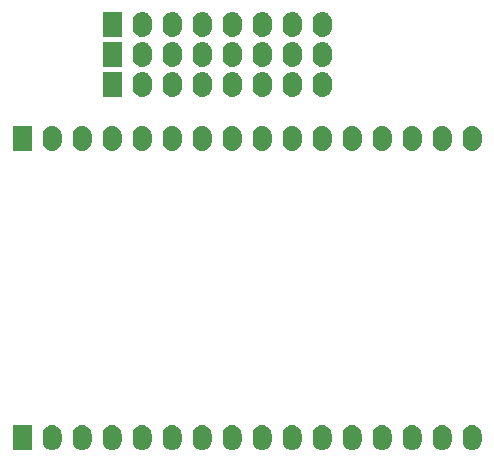
<source format=gbr>
%TF.GenerationSoftware,KiCad,Pcbnew,5.0.2+dfsg1-1*%
%TF.CreationDate,2020-04-21T12:17:55+02:00*%
%TF.ProjectId,minikame,6d696e69-6b61-46d6-952e-6b696361645f,v1.0*%
%TF.SameCoordinates,Original*%
%TF.FileFunction,Soldermask,Bot*%
%TF.FilePolarity,Negative*%
%FSLAX46Y46*%
G04 Gerber Fmt 4.6, Leading zero omitted, Abs format (unit mm)*
G04 Created by KiCad (PCBNEW 5.0.2+dfsg1-1) date di 21 apr 2020 12:17:55 CEST*
%MOMM*%
%LPD*%
G01*
G04 APERTURE LIST*
%ADD10C,0.150000*%
G04 APERTURE END LIST*
D10*
G36*
X129431024Y-120826590D02*
X129582011Y-120872392D01*
X129721161Y-120946768D01*
X129782148Y-120996819D01*
X129843133Y-121046867D01*
X129843134Y-121046869D01*
X129843136Y-121046870D01*
X129943230Y-121168835D01*
X130017608Y-121307988D01*
X130063410Y-121458975D01*
X130075000Y-121576654D01*
X130075000Y-122155346D01*
X130063410Y-122273025D01*
X130017608Y-122424012D01*
X129943230Y-122563165D01*
X129843133Y-122685133D01*
X129721165Y-122785230D01*
X129582012Y-122859608D01*
X129431025Y-122905410D01*
X129274000Y-122920875D01*
X129116976Y-122905410D01*
X128965989Y-122859608D01*
X128826836Y-122785230D01*
X128704868Y-122685133D01*
X128604771Y-122563165D01*
X128530392Y-122424012D01*
X128507491Y-122348518D01*
X128484590Y-122273025D01*
X128473000Y-122155346D01*
X128473000Y-121576655D01*
X128484590Y-121458976D01*
X128530392Y-121307989D01*
X128604768Y-121168839D01*
X128704865Y-121046870D01*
X128704867Y-121046867D01*
X128704869Y-121046866D01*
X128704870Y-121046864D01*
X128826835Y-120946770D01*
X128965988Y-120872392D01*
X129116975Y-120826590D01*
X129274000Y-120811125D01*
X129431024Y-120826590D01*
X129431024Y-120826590D01*
G37*
G36*
X126891024Y-120826590D02*
X127042011Y-120872392D01*
X127181161Y-120946768D01*
X127242148Y-120996819D01*
X127303133Y-121046867D01*
X127303134Y-121046869D01*
X127303136Y-121046870D01*
X127403230Y-121168835D01*
X127477608Y-121307988D01*
X127523410Y-121458975D01*
X127535000Y-121576654D01*
X127535000Y-122155346D01*
X127523410Y-122273025D01*
X127477608Y-122424012D01*
X127403230Y-122563165D01*
X127303133Y-122685133D01*
X127181165Y-122785230D01*
X127042012Y-122859608D01*
X126891025Y-122905410D01*
X126734000Y-122920875D01*
X126576976Y-122905410D01*
X126425989Y-122859608D01*
X126286836Y-122785230D01*
X126164868Y-122685133D01*
X126064771Y-122563165D01*
X125990392Y-122424012D01*
X125967491Y-122348518D01*
X125944590Y-122273025D01*
X125933000Y-122155346D01*
X125933000Y-121576655D01*
X125944590Y-121458976D01*
X125990392Y-121307989D01*
X126064768Y-121168839D01*
X126164865Y-121046870D01*
X126164867Y-121046867D01*
X126164869Y-121046866D01*
X126164870Y-121046864D01*
X126286835Y-120946770D01*
X126425988Y-120872392D01*
X126576975Y-120826590D01*
X126734000Y-120811125D01*
X126891024Y-120826590D01*
X126891024Y-120826590D01*
G37*
G36*
X162451024Y-120826590D02*
X162602011Y-120872392D01*
X162741161Y-120946768D01*
X162802148Y-120996819D01*
X162863133Y-121046867D01*
X162863134Y-121046869D01*
X162863136Y-121046870D01*
X162963230Y-121168835D01*
X163037608Y-121307988D01*
X163083410Y-121458975D01*
X163095000Y-121576654D01*
X163095000Y-122155346D01*
X163083410Y-122273025D01*
X163037608Y-122424012D01*
X162963230Y-122563165D01*
X162863133Y-122685133D01*
X162741165Y-122785230D01*
X162602012Y-122859608D01*
X162451025Y-122905410D01*
X162294000Y-122920875D01*
X162136976Y-122905410D01*
X161985989Y-122859608D01*
X161846836Y-122785230D01*
X161724868Y-122685133D01*
X161624771Y-122563165D01*
X161550392Y-122424012D01*
X161527491Y-122348518D01*
X161504590Y-122273025D01*
X161493000Y-122155346D01*
X161493000Y-121576655D01*
X161504590Y-121458976D01*
X161550392Y-121307989D01*
X161624768Y-121168839D01*
X161724865Y-121046870D01*
X161724867Y-121046867D01*
X161724869Y-121046866D01*
X161724870Y-121046864D01*
X161846835Y-120946770D01*
X161985988Y-120872392D01*
X162136975Y-120826590D01*
X162294000Y-120811125D01*
X162451024Y-120826590D01*
X162451024Y-120826590D01*
G37*
G36*
X159911024Y-120826590D02*
X160062011Y-120872392D01*
X160201161Y-120946768D01*
X160262148Y-120996819D01*
X160323133Y-121046867D01*
X160323134Y-121046869D01*
X160323136Y-121046870D01*
X160423230Y-121168835D01*
X160497608Y-121307988D01*
X160543410Y-121458975D01*
X160555000Y-121576654D01*
X160555000Y-122155346D01*
X160543410Y-122273025D01*
X160497608Y-122424012D01*
X160423230Y-122563165D01*
X160323133Y-122685133D01*
X160201165Y-122785230D01*
X160062012Y-122859608D01*
X159911025Y-122905410D01*
X159754000Y-122920875D01*
X159596976Y-122905410D01*
X159445989Y-122859608D01*
X159306836Y-122785230D01*
X159184868Y-122685133D01*
X159084771Y-122563165D01*
X159010392Y-122424012D01*
X158987491Y-122348518D01*
X158964590Y-122273025D01*
X158953000Y-122155346D01*
X158953000Y-121576655D01*
X158964590Y-121458976D01*
X159010392Y-121307989D01*
X159084768Y-121168839D01*
X159184865Y-121046870D01*
X159184867Y-121046867D01*
X159184869Y-121046866D01*
X159184870Y-121046864D01*
X159306835Y-120946770D01*
X159445988Y-120872392D01*
X159596975Y-120826590D01*
X159754000Y-120811125D01*
X159911024Y-120826590D01*
X159911024Y-120826590D01*
G37*
G36*
X157371024Y-120826590D02*
X157522011Y-120872392D01*
X157661161Y-120946768D01*
X157722148Y-120996819D01*
X157783133Y-121046867D01*
X157783134Y-121046869D01*
X157783136Y-121046870D01*
X157883230Y-121168835D01*
X157957608Y-121307988D01*
X158003410Y-121458975D01*
X158015000Y-121576654D01*
X158015000Y-122155346D01*
X158003410Y-122273025D01*
X157957608Y-122424012D01*
X157883230Y-122563165D01*
X157783133Y-122685133D01*
X157661165Y-122785230D01*
X157522012Y-122859608D01*
X157371025Y-122905410D01*
X157214000Y-122920875D01*
X157056976Y-122905410D01*
X156905989Y-122859608D01*
X156766836Y-122785230D01*
X156644868Y-122685133D01*
X156544771Y-122563165D01*
X156470392Y-122424012D01*
X156447491Y-122348518D01*
X156424590Y-122273025D01*
X156413000Y-122155346D01*
X156413000Y-121576655D01*
X156424590Y-121458976D01*
X156470392Y-121307989D01*
X156544768Y-121168839D01*
X156644865Y-121046870D01*
X156644867Y-121046867D01*
X156644869Y-121046866D01*
X156644870Y-121046864D01*
X156766835Y-120946770D01*
X156905988Y-120872392D01*
X157056975Y-120826590D01*
X157214000Y-120811125D01*
X157371024Y-120826590D01*
X157371024Y-120826590D01*
G37*
G36*
X154831024Y-120826590D02*
X154982011Y-120872392D01*
X155121161Y-120946768D01*
X155182148Y-120996819D01*
X155243133Y-121046867D01*
X155243134Y-121046869D01*
X155243136Y-121046870D01*
X155343230Y-121168835D01*
X155417608Y-121307988D01*
X155463410Y-121458975D01*
X155475000Y-121576654D01*
X155475000Y-122155346D01*
X155463410Y-122273025D01*
X155417608Y-122424012D01*
X155343230Y-122563165D01*
X155243133Y-122685133D01*
X155121165Y-122785230D01*
X154982012Y-122859608D01*
X154831025Y-122905410D01*
X154674000Y-122920875D01*
X154516976Y-122905410D01*
X154365989Y-122859608D01*
X154226836Y-122785230D01*
X154104868Y-122685133D01*
X154004771Y-122563165D01*
X153930392Y-122424012D01*
X153907491Y-122348518D01*
X153884590Y-122273025D01*
X153873000Y-122155346D01*
X153873000Y-121576655D01*
X153884590Y-121458976D01*
X153930392Y-121307989D01*
X154004768Y-121168839D01*
X154104865Y-121046870D01*
X154104867Y-121046867D01*
X154104869Y-121046866D01*
X154104870Y-121046864D01*
X154226835Y-120946770D01*
X154365988Y-120872392D01*
X154516975Y-120826590D01*
X154674000Y-120811125D01*
X154831024Y-120826590D01*
X154831024Y-120826590D01*
G37*
G36*
X152291024Y-120826590D02*
X152442011Y-120872392D01*
X152581161Y-120946768D01*
X152642148Y-120996819D01*
X152703133Y-121046867D01*
X152703134Y-121046869D01*
X152703136Y-121046870D01*
X152803230Y-121168835D01*
X152877608Y-121307988D01*
X152923410Y-121458975D01*
X152935000Y-121576654D01*
X152935000Y-122155346D01*
X152923410Y-122273025D01*
X152877608Y-122424012D01*
X152803230Y-122563165D01*
X152703133Y-122685133D01*
X152581165Y-122785230D01*
X152442012Y-122859608D01*
X152291025Y-122905410D01*
X152134000Y-122920875D01*
X151976976Y-122905410D01*
X151825989Y-122859608D01*
X151686836Y-122785230D01*
X151564868Y-122685133D01*
X151464771Y-122563165D01*
X151390392Y-122424012D01*
X151367491Y-122348518D01*
X151344590Y-122273025D01*
X151333000Y-122155346D01*
X151333000Y-121576655D01*
X151344590Y-121458976D01*
X151390392Y-121307989D01*
X151464768Y-121168839D01*
X151564865Y-121046870D01*
X151564867Y-121046867D01*
X151564869Y-121046866D01*
X151564870Y-121046864D01*
X151686835Y-120946770D01*
X151825988Y-120872392D01*
X151976975Y-120826590D01*
X152134000Y-120811125D01*
X152291024Y-120826590D01*
X152291024Y-120826590D01*
G37*
G36*
X149751024Y-120826590D02*
X149902011Y-120872392D01*
X150041161Y-120946768D01*
X150102148Y-120996819D01*
X150163133Y-121046867D01*
X150163134Y-121046869D01*
X150163136Y-121046870D01*
X150263230Y-121168835D01*
X150337608Y-121307988D01*
X150383410Y-121458975D01*
X150395000Y-121576654D01*
X150395000Y-122155346D01*
X150383410Y-122273025D01*
X150337608Y-122424012D01*
X150263230Y-122563165D01*
X150163133Y-122685133D01*
X150041165Y-122785230D01*
X149902012Y-122859608D01*
X149751025Y-122905410D01*
X149594000Y-122920875D01*
X149436976Y-122905410D01*
X149285989Y-122859608D01*
X149146836Y-122785230D01*
X149024868Y-122685133D01*
X148924771Y-122563165D01*
X148850392Y-122424012D01*
X148827491Y-122348518D01*
X148804590Y-122273025D01*
X148793000Y-122155346D01*
X148793000Y-121576655D01*
X148804590Y-121458976D01*
X148850392Y-121307989D01*
X148924768Y-121168839D01*
X149024865Y-121046870D01*
X149024867Y-121046867D01*
X149024869Y-121046866D01*
X149024870Y-121046864D01*
X149146835Y-120946770D01*
X149285988Y-120872392D01*
X149436975Y-120826590D01*
X149594000Y-120811125D01*
X149751024Y-120826590D01*
X149751024Y-120826590D01*
G37*
G36*
X147211024Y-120826590D02*
X147362011Y-120872392D01*
X147501161Y-120946768D01*
X147562148Y-120996819D01*
X147623133Y-121046867D01*
X147623134Y-121046869D01*
X147623136Y-121046870D01*
X147723230Y-121168835D01*
X147797608Y-121307988D01*
X147843410Y-121458975D01*
X147855000Y-121576654D01*
X147855000Y-122155346D01*
X147843410Y-122273025D01*
X147797608Y-122424012D01*
X147723230Y-122563165D01*
X147623133Y-122685133D01*
X147501165Y-122785230D01*
X147362012Y-122859608D01*
X147211025Y-122905410D01*
X147054000Y-122920875D01*
X146896976Y-122905410D01*
X146745989Y-122859608D01*
X146606836Y-122785230D01*
X146484868Y-122685133D01*
X146384771Y-122563165D01*
X146310392Y-122424012D01*
X146287491Y-122348518D01*
X146264590Y-122273025D01*
X146253000Y-122155346D01*
X146253000Y-121576655D01*
X146264590Y-121458976D01*
X146310392Y-121307989D01*
X146384768Y-121168839D01*
X146484865Y-121046870D01*
X146484867Y-121046867D01*
X146484869Y-121046866D01*
X146484870Y-121046864D01*
X146606835Y-120946770D01*
X146745988Y-120872392D01*
X146896975Y-120826590D01*
X147054000Y-120811125D01*
X147211024Y-120826590D01*
X147211024Y-120826590D01*
G37*
G36*
X144671024Y-120826590D02*
X144822011Y-120872392D01*
X144961161Y-120946768D01*
X145022148Y-120996819D01*
X145083133Y-121046867D01*
X145083134Y-121046869D01*
X145083136Y-121046870D01*
X145183230Y-121168835D01*
X145257608Y-121307988D01*
X145303410Y-121458975D01*
X145315000Y-121576654D01*
X145315000Y-122155346D01*
X145303410Y-122273025D01*
X145257608Y-122424012D01*
X145183230Y-122563165D01*
X145083133Y-122685133D01*
X144961165Y-122785230D01*
X144822012Y-122859608D01*
X144671025Y-122905410D01*
X144514000Y-122920875D01*
X144356976Y-122905410D01*
X144205989Y-122859608D01*
X144066836Y-122785230D01*
X143944868Y-122685133D01*
X143844771Y-122563165D01*
X143770392Y-122424012D01*
X143747491Y-122348518D01*
X143724590Y-122273025D01*
X143713000Y-122155346D01*
X143713000Y-121576655D01*
X143724590Y-121458976D01*
X143770392Y-121307989D01*
X143844768Y-121168839D01*
X143944865Y-121046870D01*
X143944867Y-121046867D01*
X143944869Y-121046866D01*
X143944870Y-121046864D01*
X144066835Y-120946770D01*
X144205988Y-120872392D01*
X144356975Y-120826590D01*
X144514000Y-120811125D01*
X144671024Y-120826590D01*
X144671024Y-120826590D01*
G37*
G36*
X142131024Y-120826590D02*
X142282011Y-120872392D01*
X142421161Y-120946768D01*
X142482148Y-120996819D01*
X142543133Y-121046867D01*
X142543134Y-121046869D01*
X142543136Y-121046870D01*
X142643230Y-121168835D01*
X142717608Y-121307988D01*
X142763410Y-121458975D01*
X142775000Y-121576654D01*
X142775000Y-122155346D01*
X142763410Y-122273025D01*
X142717608Y-122424012D01*
X142643230Y-122563165D01*
X142543133Y-122685133D01*
X142421165Y-122785230D01*
X142282012Y-122859608D01*
X142131025Y-122905410D01*
X141974000Y-122920875D01*
X141816976Y-122905410D01*
X141665989Y-122859608D01*
X141526836Y-122785230D01*
X141404868Y-122685133D01*
X141304771Y-122563165D01*
X141230392Y-122424012D01*
X141207491Y-122348518D01*
X141184590Y-122273025D01*
X141173000Y-122155346D01*
X141173000Y-121576655D01*
X141184590Y-121458976D01*
X141230392Y-121307989D01*
X141304768Y-121168839D01*
X141404865Y-121046870D01*
X141404867Y-121046867D01*
X141404869Y-121046866D01*
X141404870Y-121046864D01*
X141526835Y-120946770D01*
X141665988Y-120872392D01*
X141816975Y-120826590D01*
X141974000Y-120811125D01*
X142131024Y-120826590D01*
X142131024Y-120826590D01*
G37*
G36*
X139591024Y-120826590D02*
X139742011Y-120872392D01*
X139881161Y-120946768D01*
X139942148Y-120996819D01*
X140003133Y-121046867D01*
X140003134Y-121046869D01*
X140003136Y-121046870D01*
X140103230Y-121168835D01*
X140177608Y-121307988D01*
X140223410Y-121458975D01*
X140235000Y-121576654D01*
X140235000Y-122155346D01*
X140223410Y-122273025D01*
X140177608Y-122424012D01*
X140103230Y-122563165D01*
X140003133Y-122685133D01*
X139881165Y-122785230D01*
X139742012Y-122859608D01*
X139591025Y-122905410D01*
X139434000Y-122920875D01*
X139276976Y-122905410D01*
X139125989Y-122859608D01*
X138986836Y-122785230D01*
X138864868Y-122685133D01*
X138764771Y-122563165D01*
X138690392Y-122424012D01*
X138667491Y-122348518D01*
X138644590Y-122273025D01*
X138633000Y-122155346D01*
X138633000Y-121576655D01*
X138644590Y-121458976D01*
X138690392Y-121307989D01*
X138764768Y-121168839D01*
X138864865Y-121046870D01*
X138864867Y-121046867D01*
X138864869Y-121046866D01*
X138864870Y-121046864D01*
X138986835Y-120946770D01*
X139125988Y-120872392D01*
X139276975Y-120826590D01*
X139434000Y-120811125D01*
X139591024Y-120826590D01*
X139591024Y-120826590D01*
G37*
G36*
X137051024Y-120826590D02*
X137202011Y-120872392D01*
X137341161Y-120946768D01*
X137402148Y-120996819D01*
X137463133Y-121046867D01*
X137463134Y-121046869D01*
X137463136Y-121046870D01*
X137563230Y-121168835D01*
X137637608Y-121307988D01*
X137683410Y-121458975D01*
X137695000Y-121576654D01*
X137695000Y-122155346D01*
X137683410Y-122273025D01*
X137637608Y-122424012D01*
X137563230Y-122563165D01*
X137463133Y-122685133D01*
X137341165Y-122785230D01*
X137202012Y-122859608D01*
X137051025Y-122905410D01*
X136894000Y-122920875D01*
X136736976Y-122905410D01*
X136585989Y-122859608D01*
X136446836Y-122785230D01*
X136324868Y-122685133D01*
X136224771Y-122563165D01*
X136150392Y-122424012D01*
X136127491Y-122348518D01*
X136104590Y-122273025D01*
X136093000Y-122155346D01*
X136093000Y-121576655D01*
X136104590Y-121458976D01*
X136150392Y-121307989D01*
X136224768Y-121168839D01*
X136324865Y-121046870D01*
X136324867Y-121046867D01*
X136324869Y-121046866D01*
X136324870Y-121046864D01*
X136446835Y-120946770D01*
X136585988Y-120872392D01*
X136736975Y-120826590D01*
X136894000Y-120811125D01*
X137051024Y-120826590D01*
X137051024Y-120826590D01*
G37*
G36*
X134511024Y-120826590D02*
X134662011Y-120872392D01*
X134801161Y-120946768D01*
X134862148Y-120996819D01*
X134923133Y-121046867D01*
X134923134Y-121046869D01*
X134923136Y-121046870D01*
X135023230Y-121168835D01*
X135097608Y-121307988D01*
X135143410Y-121458975D01*
X135155000Y-121576654D01*
X135155000Y-122155346D01*
X135143410Y-122273025D01*
X135097608Y-122424012D01*
X135023230Y-122563165D01*
X134923133Y-122685133D01*
X134801165Y-122785230D01*
X134662012Y-122859608D01*
X134511025Y-122905410D01*
X134354000Y-122920875D01*
X134196976Y-122905410D01*
X134045989Y-122859608D01*
X133906836Y-122785230D01*
X133784868Y-122685133D01*
X133684771Y-122563165D01*
X133610392Y-122424012D01*
X133587491Y-122348518D01*
X133564590Y-122273025D01*
X133553000Y-122155346D01*
X133553000Y-121576655D01*
X133564590Y-121458976D01*
X133610392Y-121307989D01*
X133684768Y-121168839D01*
X133784865Y-121046870D01*
X133784867Y-121046867D01*
X133784869Y-121046866D01*
X133784870Y-121046864D01*
X133906835Y-120946770D01*
X134045988Y-120872392D01*
X134196975Y-120826590D01*
X134354000Y-120811125D01*
X134511024Y-120826590D01*
X134511024Y-120826590D01*
G37*
G36*
X131971024Y-120826590D02*
X132122011Y-120872392D01*
X132261161Y-120946768D01*
X132322148Y-120996819D01*
X132383133Y-121046867D01*
X132383134Y-121046869D01*
X132383136Y-121046870D01*
X132483230Y-121168835D01*
X132557608Y-121307988D01*
X132603410Y-121458975D01*
X132615000Y-121576654D01*
X132615000Y-122155346D01*
X132603410Y-122273025D01*
X132557608Y-122424012D01*
X132483230Y-122563165D01*
X132383133Y-122685133D01*
X132261165Y-122785230D01*
X132122012Y-122859608D01*
X131971025Y-122905410D01*
X131814000Y-122920875D01*
X131656976Y-122905410D01*
X131505989Y-122859608D01*
X131366836Y-122785230D01*
X131244868Y-122685133D01*
X131144771Y-122563165D01*
X131070392Y-122424012D01*
X131047491Y-122348518D01*
X131024590Y-122273025D01*
X131013000Y-122155346D01*
X131013000Y-121576655D01*
X131024590Y-121458976D01*
X131070392Y-121307989D01*
X131144768Y-121168839D01*
X131244865Y-121046870D01*
X131244867Y-121046867D01*
X131244869Y-121046866D01*
X131244870Y-121046864D01*
X131366835Y-120946770D01*
X131505988Y-120872392D01*
X131656975Y-120826590D01*
X131814000Y-120811125D01*
X131971024Y-120826590D01*
X131971024Y-120826590D01*
G37*
G36*
X124995000Y-122917000D02*
X123393000Y-122917000D01*
X123393000Y-120815000D01*
X124995000Y-120815000D01*
X124995000Y-122917000D01*
X124995000Y-122917000D01*
G37*
G36*
X129431024Y-95476590D02*
X129582011Y-95522392D01*
X129721161Y-95596768D01*
X129782148Y-95646819D01*
X129843133Y-95696867D01*
X129843134Y-95696869D01*
X129843136Y-95696870D01*
X129943230Y-95818835D01*
X130017608Y-95957988D01*
X130063410Y-96108975D01*
X130075000Y-96226654D01*
X130075000Y-96805346D01*
X130063410Y-96923025D01*
X130017608Y-97074012D01*
X129943230Y-97213165D01*
X129843133Y-97335133D01*
X129721165Y-97435230D01*
X129582012Y-97509608D01*
X129431025Y-97555410D01*
X129274000Y-97570875D01*
X129116976Y-97555410D01*
X128965989Y-97509608D01*
X128826836Y-97435230D01*
X128704868Y-97335133D01*
X128604771Y-97213165D01*
X128530392Y-97074012D01*
X128507491Y-96998518D01*
X128484590Y-96923025D01*
X128473000Y-96805346D01*
X128473000Y-96226655D01*
X128484590Y-96108976D01*
X128530392Y-95957989D01*
X128604768Y-95818839D01*
X128704865Y-95696870D01*
X128704867Y-95696867D01*
X128704869Y-95696866D01*
X128704870Y-95696864D01*
X128826835Y-95596770D01*
X128965988Y-95522392D01*
X129116975Y-95476590D01*
X129274000Y-95461125D01*
X129431024Y-95476590D01*
X129431024Y-95476590D01*
G37*
G36*
X131971024Y-95476590D02*
X132122011Y-95522392D01*
X132261161Y-95596768D01*
X132322148Y-95646819D01*
X132383133Y-95696867D01*
X132383134Y-95696869D01*
X132383136Y-95696870D01*
X132483230Y-95818835D01*
X132557608Y-95957988D01*
X132603410Y-96108975D01*
X132615000Y-96226654D01*
X132615000Y-96805346D01*
X132603410Y-96923025D01*
X132557608Y-97074012D01*
X132483230Y-97213165D01*
X132383133Y-97335133D01*
X132261165Y-97435230D01*
X132122012Y-97509608D01*
X131971025Y-97555410D01*
X131814000Y-97570875D01*
X131656976Y-97555410D01*
X131505989Y-97509608D01*
X131366836Y-97435230D01*
X131244868Y-97335133D01*
X131144771Y-97213165D01*
X131070392Y-97074012D01*
X131047491Y-96998518D01*
X131024590Y-96923025D01*
X131013000Y-96805346D01*
X131013000Y-96226655D01*
X131024590Y-96108976D01*
X131070392Y-95957989D01*
X131144768Y-95818839D01*
X131244865Y-95696870D01*
X131244867Y-95696867D01*
X131244869Y-95696866D01*
X131244870Y-95696864D01*
X131366835Y-95596770D01*
X131505988Y-95522392D01*
X131656975Y-95476590D01*
X131814000Y-95461125D01*
X131971024Y-95476590D01*
X131971024Y-95476590D01*
G37*
G36*
X134511024Y-95476590D02*
X134662011Y-95522392D01*
X134801161Y-95596768D01*
X134862148Y-95646819D01*
X134923133Y-95696867D01*
X134923134Y-95696869D01*
X134923136Y-95696870D01*
X135023230Y-95818835D01*
X135097608Y-95957988D01*
X135143410Y-96108975D01*
X135155000Y-96226654D01*
X135155000Y-96805346D01*
X135143410Y-96923025D01*
X135097608Y-97074012D01*
X135023230Y-97213165D01*
X134923133Y-97335133D01*
X134801165Y-97435230D01*
X134662012Y-97509608D01*
X134511025Y-97555410D01*
X134354000Y-97570875D01*
X134196976Y-97555410D01*
X134045989Y-97509608D01*
X133906836Y-97435230D01*
X133784868Y-97335133D01*
X133684771Y-97213165D01*
X133610392Y-97074012D01*
X133587491Y-96998518D01*
X133564590Y-96923025D01*
X133553000Y-96805346D01*
X133553000Y-96226655D01*
X133564590Y-96108976D01*
X133610392Y-95957989D01*
X133684768Y-95818839D01*
X133784865Y-95696870D01*
X133784867Y-95696867D01*
X133784869Y-95696866D01*
X133784870Y-95696864D01*
X133906835Y-95596770D01*
X134045988Y-95522392D01*
X134196975Y-95476590D01*
X134354000Y-95461125D01*
X134511024Y-95476590D01*
X134511024Y-95476590D01*
G37*
G36*
X137051024Y-95476590D02*
X137202011Y-95522392D01*
X137341161Y-95596768D01*
X137402148Y-95646819D01*
X137463133Y-95696867D01*
X137463134Y-95696869D01*
X137463136Y-95696870D01*
X137563230Y-95818835D01*
X137637608Y-95957988D01*
X137683410Y-96108975D01*
X137695000Y-96226654D01*
X137695000Y-96805346D01*
X137683410Y-96923025D01*
X137637608Y-97074012D01*
X137563230Y-97213165D01*
X137463133Y-97335133D01*
X137341165Y-97435230D01*
X137202012Y-97509608D01*
X137051025Y-97555410D01*
X136894000Y-97570875D01*
X136736976Y-97555410D01*
X136585989Y-97509608D01*
X136446836Y-97435230D01*
X136324868Y-97335133D01*
X136224771Y-97213165D01*
X136150392Y-97074012D01*
X136127491Y-96998518D01*
X136104590Y-96923025D01*
X136093000Y-96805346D01*
X136093000Y-96226655D01*
X136104590Y-96108976D01*
X136150392Y-95957989D01*
X136224768Y-95818839D01*
X136324865Y-95696870D01*
X136324867Y-95696867D01*
X136324869Y-95696866D01*
X136324870Y-95696864D01*
X136446835Y-95596770D01*
X136585988Y-95522392D01*
X136736975Y-95476590D01*
X136894000Y-95461125D01*
X137051024Y-95476590D01*
X137051024Y-95476590D01*
G37*
G36*
X139591024Y-95476590D02*
X139742011Y-95522392D01*
X139881161Y-95596768D01*
X139942148Y-95646819D01*
X140003133Y-95696867D01*
X140003134Y-95696869D01*
X140003136Y-95696870D01*
X140103230Y-95818835D01*
X140177608Y-95957988D01*
X140223410Y-96108975D01*
X140235000Y-96226654D01*
X140235000Y-96805346D01*
X140223410Y-96923025D01*
X140177608Y-97074012D01*
X140103230Y-97213165D01*
X140003133Y-97335133D01*
X139881165Y-97435230D01*
X139742012Y-97509608D01*
X139591025Y-97555410D01*
X139434000Y-97570875D01*
X139276976Y-97555410D01*
X139125989Y-97509608D01*
X138986836Y-97435230D01*
X138864868Y-97335133D01*
X138764771Y-97213165D01*
X138690392Y-97074012D01*
X138667491Y-96998518D01*
X138644590Y-96923025D01*
X138633000Y-96805346D01*
X138633000Y-96226655D01*
X138644590Y-96108976D01*
X138690392Y-95957989D01*
X138764768Y-95818839D01*
X138864865Y-95696870D01*
X138864867Y-95696867D01*
X138864869Y-95696866D01*
X138864870Y-95696864D01*
X138986835Y-95596770D01*
X139125988Y-95522392D01*
X139276975Y-95476590D01*
X139434000Y-95461125D01*
X139591024Y-95476590D01*
X139591024Y-95476590D01*
G37*
G36*
X142131024Y-95476590D02*
X142282011Y-95522392D01*
X142421161Y-95596768D01*
X142482148Y-95646819D01*
X142543133Y-95696867D01*
X142543134Y-95696869D01*
X142543136Y-95696870D01*
X142643230Y-95818835D01*
X142717608Y-95957988D01*
X142763410Y-96108975D01*
X142775000Y-96226654D01*
X142775000Y-96805346D01*
X142763410Y-96923025D01*
X142717608Y-97074012D01*
X142643230Y-97213165D01*
X142543133Y-97335133D01*
X142421165Y-97435230D01*
X142282012Y-97509608D01*
X142131025Y-97555410D01*
X141974000Y-97570875D01*
X141816976Y-97555410D01*
X141665989Y-97509608D01*
X141526836Y-97435230D01*
X141404868Y-97335133D01*
X141304771Y-97213165D01*
X141230392Y-97074012D01*
X141207491Y-96998518D01*
X141184590Y-96923025D01*
X141173000Y-96805346D01*
X141173000Y-96226655D01*
X141184590Y-96108976D01*
X141230392Y-95957989D01*
X141304768Y-95818839D01*
X141404865Y-95696870D01*
X141404867Y-95696867D01*
X141404869Y-95696866D01*
X141404870Y-95696864D01*
X141526835Y-95596770D01*
X141665988Y-95522392D01*
X141816975Y-95476590D01*
X141974000Y-95461125D01*
X142131024Y-95476590D01*
X142131024Y-95476590D01*
G37*
G36*
X144671024Y-95476590D02*
X144822011Y-95522392D01*
X144961161Y-95596768D01*
X145022148Y-95646819D01*
X145083133Y-95696867D01*
X145083134Y-95696869D01*
X145083136Y-95696870D01*
X145183230Y-95818835D01*
X145257608Y-95957988D01*
X145303410Y-96108975D01*
X145315000Y-96226654D01*
X145315000Y-96805346D01*
X145303410Y-96923025D01*
X145257608Y-97074012D01*
X145183230Y-97213165D01*
X145083133Y-97335133D01*
X144961165Y-97435230D01*
X144822012Y-97509608D01*
X144671025Y-97555410D01*
X144514000Y-97570875D01*
X144356976Y-97555410D01*
X144205989Y-97509608D01*
X144066836Y-97435230D01*
X143944868Y-97335133D01*
X143844771Y-97213165D01*
X143770392Y-97074012D01*
X143747491Y-96998518D01*
X143724590Y-96923025D01*
X143713000Y-96805346D01*
X143713000Y-96226655D01*
X143724590Y-96108976D01*
X143770392Y-95957989D01*
X143844768Y-95818839D01*
X143944865Y-95696870D01*
X143944867Y-95696867D01*
X143944869Y-95696866D01*
X143944870Y-95696864D01*
X144066835Y-95596770D01*
X144205988Y-95522392D01*
X144356975Y-95476590D01*
X144514000Y-95461125D01*
X144671024Y-95476590D01*
X144671024Y-95476590D01*
G37*
G36*
X149751024Y-95476590D02*
X149902011Y-95522392D01*
X150041161Y-95596768D01*
X150102148Y-95646819D01*
X150163133Y-95696867D01*
X150163134Y-95696869D01*
X150163136Y-95696870D01*
X150263230Y-95818835D01*
X150337608Y-95957988D01*
X150383410Y-96108975D01*
X150395000Y-96226654D01*
X150395000Y-96805346D01*
X150383410Y-96923025D01*
X150337608Y-97074012D01*
X150263230Y-97213165D01*
X150163133Y-97335133D01*
X150041165Y-97435230D01*
X149902012Y-97509608D01*
X149751025Y-97555410D01*
X149594000Y-97570875D01*
X149436976Y-97555410D01*
X149285989Y-97509608D01*
X149146836Y-97435230D01*
X149024868Y-97335133D01*
X148924771Y-97213165D01*
X148850392Y-97074012D01*
X148827491Y-96998518D01*
X148804590Y-96923025D01*
X148793000Y-96805346D01*
X148793000Y-96226655D01*
X148804590Y-96108976D01*
X148850392Y-95957989D01*
X148924768Y-95818839D01*
X149024865Y-95696870D01*
X149024867Y-95696867D01*
X149024869Y-95696866D01*
X149024870Y-95696864D01*
X149146835Y-95596770D01*
X149285988Y-95522392D01*
X149436975Y-95476590D01*
X149594000Y-95461125D01*
X149751024Y-95476590D01*
X149751024Y-95476590D01*
G37*
G36*
X147211024Y-95476590D02*
X147362011Y-95522392D01*
X147501161Y-95596768D01*
X147562148Y-95646819D01*
X147623133Y-95696867D01*
X147623134Y-95696869D01*
X147623136Y-95696870D01*
X147723230Y-95818835D01*
X147797608Y-95957988D01*
X147843410Y-96108975D01*
X147855000Y-96226654D01*
X147855000Y-96805346D01*
X147843410Y-96923025D01*
X147797608Y-97074012D01*
X147723230Y-97213165D01*
X147623133Y-97335133D01*
X147501165Y-97435230D01*
X147362012Y-97509608D01*
X147211025Y-97555410D01*
X147054000Y-97570875D01*
X146896976Y-97555410D01*
X146745989Y-97509608D01*
X146606836Y-97435230D01*
X146484868Y-97335133D01*
X146384771Y-97213165D01*
X146310392Y-97074012D01*
X146287491Y-96998518D01*
X146264590Y-96923025D01*
X146253000Y-96805346D01*
X146253000Y-96226655D01*
X146264590Y-96108976D01*
X146310392Y-95957989D01*
X146384768Y-95818839D01*
X146484865Y-95696870D01*
X146484867Y-95696867D01*
X146484869Y-95696866D01*
X146484870Y-95696864D01*
X146606835Y-95596770D01*
X146745988Y-95522392D01*
X146896975Y-95476590D01*
X147054000Y-95461125D01*
X147211024Y-95476590D01*
X147211024Y-95476590D01*
G37*
G36*
X162451024Y-95476590D02*
X162602011Y-95522392D01*
X162741161Y-95596768D01*
X162802148Y-95646819D01*
X162863133Y-95696867D01*
X162863134Y-95696869D01*
X162863136Y-95696870D01*
X162963230Y-95818835D01*
X163037608Y-95957988D01*
X163083410Y-96108975D01*
X163095000Y-96226654D01*
X163095000Y-96805346D01*
X163083410Y-96923025D01*
X163037608Y-97074012D01*
X162963230Y-97213165D01*
X162863133Y-97335133D01*
X162741165Y-97435230D01*
X162602012Y-97509608D01*
X162451025Y-97555410D01*
X162294000Y-97570875D01*
X162136976Y-97555410D01*
X161985989Y-97509608D01*
X161846836Y-97435230D01*
X161724868Y-97335133D01*
X161624771Y-97213165D01*
X161550392Y-97074012D01*
X161527491Y-96998518D01*
X161504590Y-96923025D01*
X161493000Y-96805346D01*
X161493000Y-96226655D01*
X161504590Y-96108976D01*
X161550392Y-95957989D01*
X161624768Y-95818839D01*
X161724865Y-95696870D01*
X161724867Y-95696867D01*
X161724869Y-95696866D01*
X161724870Y-95696864D01*
X161846835Y-95596770D01*
X161985988Y-95522392D01*
X162136975Y-95476590D01*
X162294000Y-95461125D01*
X162451024Y-95476590D01*
X162451024Y-95476590D01*
G37*
G36*
X126891024Y-95476590D02*
X127042011Y-95522392D01*
X127181161Y-95596768D01*
X127242148Y-95646819D01*
X127303133Y-95696867D01*
X127303134Y-95696869D01*
X127303136Y-95696870D01*
X127403230Y-95818835D01*
X127477608Y-95957988D01*
X127523410Y-96108975D01*
X127535000Y-96226654D01*
X127535000Y-96805346D01*
X127523410Y-96923025D01*
X127477608Y-97074012D01*
X127403230Y-97213165D01*
X127303133Y-97335133D01*
X127181165Y-97435230D01*
X127042012Y-97509608D01*
X126891025Y-97555410D01*
X126734000Y-97570875D01*
X126576976Y-97555410D01*
X126425989Y-97509608D01*
X126286836Y-97435230D01*
X126164868Y-97335133D01*
X126064771Y-97213165D01*
X125990392Y-97074012D01*
X125967491Y-96998518D01*
X125944590Y-96923025D01*
X125933000Y-96805346D01*
X125933000Y-96226655D01*
X125944590Y-96108976D01*
X125990392Y-95957989D01*
X126064768Y-95818839D01*
X126164865Y-95696870D01*
X126164867Y-95696867D01*
X126164869Y-95696866D01*
X126164870Y-95696864D01*
X126286835Y-95596770D01*
X126425988Y-95522392D01*
X126576975Y-95476590D01*
X126734000Y-95461125D01*
X126891024Y-95476590D01*
X126891024Y-95476590D01*
G37*
G36*
X159911024Y-95476590D02*
X160062011Y-95522392D01*
X160201161Y-95596768D01*
X160262148Y-95646819D01*
X160323133Y-95696867D01*
X160323134Y-95696869D01*
X160323136Y-95696870D01*
X160423230Y-95818835D01*
X160497608Y-95957988D01*
X160543410Y-96108975D01*
X160555000Y-96226654D01*
X160555000Y-96805346D01*
X160543410Y-96923025D01*
X160497608Y-97074012D01*
X160423230Y-97213165D01*
X160323133Y-97335133D01*
X160201165Y-97435230D01*
X160062012Y-97509608D01*
X159911025Y-97555410D01*
X159754000Y-97570875D01*
X159596976Y-97555410D01*
X159445989Y-97509608D01*
X159306836Y-97435230D01*
X159184868Y-97335133D01*
X159084771Y-97213165D01*
X159010392Y-97074012D01*
X158987491Y-96998518D01*
X158964590Y-96923025D01*
X158953000Y-96805346D01*
X158953000Y-96226655D01*
X158964590Y-96108976D01*
X159010392Y-95957989D01*
X159084768Y-95818839D01*
X159184865Y-95696870D01*
X159184867Y-95696867D01*
X159184869Y-95696866D01*
X159184870Y-95696864D01*
X159306835Y-95596770D01*
X159445988Y-95522392D01*
X159596975Y-95476590D01*
X159754000Y-95461125D01*
X159911024Y-95476590D01*
X159911024Y-95476590D01*
G37*
G36*
X157371024Y-95476590D02*
X157522011Y-95522392D01*
X157661161Y-95596768D01*
X157722148Y-95646819D01*
X157783133Y-95696867D01*
X157783134Y-95696869D01*
X157783136Y-95696870D01*
X157883230Y-95818835D01*
X157957608Y-95957988D01*
X158003410Y-96108975D01*
X158015000Y-96226654D01*
X158015000Y-96805346D01*
X158003410Y-96923025D01*
X157957608Y-97074012D01*
X157883230Y-97213165D01*
X157783133Y-97335133D01*
X157661165Y-97435230D01*
X157522012Y-97509608D01*
X157371025Y-97555410D01*
X157214000Y-97570875D01*
X157056976Y-97555410D01*
X156905989Y-97509608D01*
X156766836Y-97435230D01*
X156644868Y-97335133D01*
X156544771Y-97213165D01*
X156470392Y-97074012D01*
X156447491Y-96998518D01*
X156424590Y-96923025D01*
X156413000Y-96805346D01*
X156413000Y-96226655D01*
X156424590Y-96108976D01*
X156470392Y-95957989D01*
X156544768Y-95818839D01*
X156644865Y-95696870D01*
X156644867Y-95696867D01*
X156644869Y-95696866D01*
X156644870Y-95696864D01*
X156766835Y-95596770D01*
X156905988Y-95522392D01*
X157056975Y-95476590D01*
X157214000Y-95461125D01*
X157371024Y-95476590D01*
X157371024Y-95476590D01*
G37*
G36*
X154831024Y-95476590D02*
X154982011Y-95522392D01*
X155121161Y-95596768D01*
X155182148Y-95646819D01*
X155243133Y-95696867D01*
X155243134Y-95696869D01*
X155243136Y-95696870D01*
X155343230Y-95818835D01*
X155417608Y-95957988D01*
X155463410Y-96108975D01*
X155475000Y-96226654D01*
X155475000Y-96805346D01*
X155463410Y-96923025D01*
X155417608Y-97074012D01*
X155343230Y-97213165D01*
X155243133Y-97335133D01*
X155121165Y-97435230D01*
X154982012Y-97509608D01*
X154831025Y-97555410D01*
X154674000Y-97570875D01*
X154516976Y-97555410D01*
X154365989Y-97509608D01*
X154226836Y-97435230D01*
X154104868Y-97335133D01*
X154004771Y-97213165D01*
X153930392Y-97074012D01*
X153907491Y-96998518D01*
X153884590Y-96923025D01*
X153873000Y-96805346D01*
X153873000Y-96226655D01*
X153884590Y-96108976D01*
X153930392Y-95957989D01*
X154004768Y-95818839D01*
X154104865Y-95696870D01*
X154104867Y-95696867D01*
X154104869Y-95696866D01*
X154104870Y-95696864D01*
X154226835Y-95596770D01*
X154365988Y-95522392D01*
X154516975Y-95476590D01*
X154674000Y-95461125D01*
X154831024Y-95476590D01*
X154831024Y-95476590D01*
G37*
G36*
X152291024Y-95476590D02*
X152442011Y-95522392D01*
X152581161Y-95596768D01*
X152642148Y-95646819D01*
X152703133Y-95696867D01*
X152703134Y-95696869D01*
X152703136Y-95696870D01*
X152803230Y-95818835D01*
X152877608Y-95957988D01*
X152923410Y-96108975D01*
X152935000Y-96226654D01*
X152935000Y-96805346D01*
X152923410Y-96923025D01*
X152877608Y-97074012D01*
X152803230Y-97213165D01*
X152703133Y-97335133D01*
X152581165Y-97435230D01*
X152442012Y-97509608D01*
X152291025Y-97555410D01*
X152134000Y-97570875D01*
X151976976Y-97555410D01*
X151825989Y-97509608D01*
X151686836Y-97435230D01*
X151564868Y-97335133D01*
X151464771Y-97213165D01*
X151390392Y-97074012D01*
X151367491Y-96998518D01*
X151344590Y-96923025D01*
X151333000Y-96805346D01*
X151333000Y-96226655D01*
X151344590Y-96108976D01*
X151390392Y-95957989D01*
X151464768Y-95818839D01*
X151564865Y-95696870D01*
X151564867Y-95696867D01*
X151564869Y-95696866D01*
X151564870Y-95696864D01*
X151686835Y-95596770D01*
X151825988Y-95522392D01*
X151976975Y-95476590D01*
X152134000Y-95461125D01*
X152291024Y-95476590D01*
X152291024Y-95476590D01*
G37*
G36*
X124995000Y-97567000D02*
X123393000Y-97567000D01*
X123393000Y-95465000D01*
X124995000Y-95465000D01*
X124995000Y-97567000D01*
X124995000Y-97567000D01*
G37*
G36*
X149763024Y-90908590D02*
X149914011Y-90954392D01*
X150053161Y-91028768D01*
X150114148Y-91078819D01*
X150175133Y-91128867D01*
X150175134Y-91128869D01*
X150175136Y-91128870D01*
X150275230Y-91250835D01*
X150349608Y-91389988D01*
X150395410Y-91540975D01*
X150407000Y-91658654D01*
X150407000Y-92237346D01*
X150395410Y-92355025D01*
X150349608Y-92506012D01*
X150275230Y-92645165D01*
X150175133Y-92767133D01*
X150053165Y-92867230D01*
X149914012Y-92941608D01*
X149763025Y-92987410D01*
X149606000Y-93002875D01*
X149448976Y-92987410D01*
X149297989Y-92941608D01*
X149158836Y-92867230D01*
X149036868Y-92767133D01*
X148936771Y-92645165D01*
X148862392Y-92506012D01*
X148839491Y-92430518D01*
X148816590Y-92355025D01*
X148805000Y-92237346D01*
X148805000Y-91658655D01*
X148816590Y-91540976D01*
X148862392Y-91389989D01*
X148936768Y-91250839D01*
X149036865Y-91128870D01*
X149036867Y-91128867D01*
X149036869Y-91128866D01*
X149036870Y-91128864D01*
X149158835Y-91028770D01*
X149297988Y-90954392D01*
X149448975Y-90908590D01*
X149606000Y-90893125D01*
X149763024Y-90908590D01*
X149763024Y-90908590D01*
G37*
G36*
X147223024Y-90908590D02*
X147374011Y-90954392D01*
X147513161Y-91028768D01*
X147574148Y-91078819D01*
X147635133Y-91128867D01*
X147635134Y-91128869D01*
X147635136Y-91128870D01*
X147735230Y-91250835D01*
X147809608Y-91389988D01*
X147855410Y-91540975D01*
X147867000Y-91658654D01*
X147867000Y-92237346D01*
X147855410Y-92355025D01*
X147809608Y-92506012D01*
X147735230Y-92645165D01*
X147635133Y-92767133D01*
X147513165Y-92867230D01*
X147374012Y-92941608D01*
X147223025Y-92987410D01*
X147066000Y-93002875D01*
X146908976Y-92987410D01*
X146757989Y-92941608D01*
X146618836Y-92867230D01*
X146496868Y-92767133D01*
X146396771Y-92645165D01*
X146322392Y-92506012D01*
X146299491Y-92430518D01*
X146276590Y-92355025D01*
X146265000Y-92237346D01*
X146265000Y-91658655D01*
X146276590Y-91540976D01*
X146322392Y-91389989D01*
X146396768Y-91250839D01*
X146496865Y-91128870D01*
X146496867Y-91128867D01*
X146496869Y-91128866D01*
X146496870Y-91128864D01*
X146618835Y-91028770D01*
X146757988Y-90954392D01*
X146908975Y-90908590D01*
X147066000Y-90893125D01*
X147223024Y-90908590D01*
X147223024Y-90908590D01*
G37*
G36*
X144683024Y-90908590D02*
X144834011Y-90954392D01*
X144973161Y-91028768D01*
X145034148Y-91078819D01*
X145095133Y-91128867D01*
X145095134Y-91128869D01*
X145095136Y-91128870D01*
X145195230Y-91250835D01*
X145269608Y-91389988D01*
X145315410Y-91540975D01*
X145327000Y-91658654D01*
X145327000Y-92237346D01*
X145315410Y-92355025D01*
X145269608Y-92506012D01*
X145195230Y-92645165D01*
X145095133Y-92767133D01*
X144973165Y-92867230D01*
X144834012Y-92941608D01*
X144683025Y-92987410D01*
X144526000Y-93002875D01*
X144368976Y-92987410D01*
X144217989Y-92941608D01*
X144078836Y-92867230D01*
X143956868Y-92767133D01*
X143856771Y-92645165D01*
X143782392Y-92506012D01*
X143759491Y-92430518D01*
X143736590Y-92355025D01*
X143725000Y-92237346D01*
X143725000Y-91658655D01*
X143736590Y-91540976D01*
X143782392Y-91389989D01*
X143856768Y-91250839D01*
X143956865Y-91128870D01*
X143956867Y-91128867D01*
X143956869Y-91128866D01*
X143956870Y-91128864D01*
X144078835Y-91028770D01*
X144217988Y-90954392D01*
X144368975Y-90908590D01*
X144526000Y-90893125D01*
X144683024Y-90908590D01*
X144683024Y-90908590D01*
G37*
G36*
X142143024Y-90908590D02*
X142294011Y-90954392D01*
X142433161Y-91028768D01*
X142494148Y-91078819D01*
X142555133Y-91128867D01*
X142555134Y-91128869D01*
X142555136Y-91128870D01*
X142655230Y-91250835D01*
X142729608Y-91389988D01*
X142775410Y-91540975D01*
X142787000Y-91658654D01*
X142787000Y-92237346D01*
X142775410Y-92355025D01*
X142729608Y-92506012D01*
X142655230Y-92645165D01*
X142555133Y-92767133D01*
X142433165Y-92867230D01*
X142294012Y-92941608D01*
X142143025Y-92987410D01*
X141986000Y-93002875D01*
X141828976Y-92987410D01*
X141677989Y-92941608D01*
X141538836Y-92867230D01*
X141416868Y-92767133D01*
X141316771Y-92645165D01*
X141242392Y-92506012D01*
X141219491Y-92430518D01*
X141196590Y-92355025D01*
X141185000Y-92237346D01*
X141185000Y-91658655D01*
X141196590Y-91540976D01*
X141242392Y-91389989D01*
X141316768Y-91250839D01*
X141416865Y-91128870D01*
X141416867Y-91128867D01*
X141416869Y-91128866D01*
X141416870Y-91128864D01*
X141538835Y-91028770D01*
X141677988Y-90954392D01*
X141828975Y-90908590D01*
X141986000Y-90893125D01*
X142143024Y-90908590D01*
X142143024Y-90908590D01*
G37*
G36*
X139603024Y-90908590D02*
X139754011Y-90954392D01*
X139893161Y-91028768D01*
X139954148Y-91078819D01*
X140015133Y-91128867D01*
X140015134Y-91128869D01*
X140015136Y-91128870D01*
X140115230Y-91250835D01*
X140189608Y-91389988D01*
X140235410Y-91540975D01*
X140247000Y-91658654D01*
X140247000Y-92237346D01*
X140235410Y-92355025D01*
X140189608Y-92506012D01*
X140115230Y-92645165D01*
X140015133Y-92767133D01*
X139893165Y-92867230D01*
X139754012Y-92941608D01*
X139603025Y-92987410D01*
X139446000Y-93002875D01*
X139288976Y-92987410D01*
X139137989Y-92941608D01*
X138998836Y-92867230D01*
X138876868Y-92767133D01*
X138776771Y-92645165D01*
X138702392Y-92506012D01*
X138679491Y-92430518D01*
X138656590Y-92355025D01*
X138645000Y-92237346D01*
X138645000Y-91658655D01*
X138656590Y-91540976D01*
X138702392Y-91389989D01*
X138776768Y-91250839D01*
X138876865Y-91128870D01*
X138876867Y-91128867D01*
X138876869Y-91128866D01*
X138876870Y-91128864D01*
X138998835Y-91028770D01*
X139137988Y-90954392D01*
X139288975Y-90908590D01*
X139446000Y-90893125D01*
X139603024Y-90908590D01*
X139603024Y-90908590D01*
G37*
G36*
X134523024Y-90908590D02*
X134674011Y-90954392D01*
X134813161Y-91028768D01*
X134874148Y-91078819D01*
X134935133Y-91128867D01*
X134935134Y-91128869D01*
X134935136Y-91128870D01*
X135035230Y-91250835D01*
X135109608Y-91389988D01*
X135155410Y-91540975D01*
X135167000Y-91658654D01*
X135167000Y-92237346D01*
X135155410Y-92355025D01*
X135109608Y-92506012D01*
X135035230Y-92645165D01*
X134935133Y-92767133D01*
X134813165Y-92867230D01*
X134674012Y-92941608D01*
X134523025Y-92987410D01*
X134366000Y-93002875D01*
X134208976Y-92987410D01*
X134057989Y-92941608D01*
X133918836Y-92867230D01*
X133796868Y-92767133D01*
X133696771Y-92645165D01*
X133622392Y-92506012D01*
X133599491Y-92430518D01*
X133576590Y-92355025D01*
X133565000Y-92237346D01*
X133565000Y-91658655D01*
X133576590Y-91540976D01*
X133622392Y-91389989D01*
X133696768Y-91250839D01*
X133796865Y-91128870D01*
X133796867Y-91128867D01*
X133796869Y-91128866D01*
X133796870Y-91128864D01*
X133918835Y-91028770D01*
X134057988Y-90954392D01*
X134208975Y-90908590D01*
X134366000Y-90893125D01*
X134523024Y-90908590D01*
X134523024Y-90908590D01*
G37*
G36*
X137063024Y-90908590D02*
X137214011Y-90954392D01*
X137353161Y-91028768D01*
X137414148Y-91078819D01*
X137475133Y-91128867D01*
X137475134Y-91128869D01*
X137475136Y-91128870D01*
X137575230Y-91250835D01*
X137649608Y-91389988D01*
X137695410Y-91540975D01*
X137707000Y-91658654D01*
X137707000Y-92237346D01*
X137695410Y-92355025D01*
X137649608Y-92506012D01*
X137575230Y-92645165D01*
X137475133Y-92767133D01*
X137353165Y-92867230D01*
X137214012Y-92941608D01*
X137063025Y-92987410D01*
X136906000Y-93002875D01*
X136748976Y-92987410D01*
X136597989Y-92941608D01*
X136458836Y-92867230D01*
X136336868Y-92767133D01*
X136236771Y-92645165D01*
X136162392Y-92506012D01*
X136139491Y-92430518D01*
X136116590Y-92355025D01*
X136105000Y-92237346D01*
X136105000Y-91658655D01*
X136116590Y-91540976D01*
X136162392Y-91389989D01*
X136236768Y-91250839D01*
X136336865Y-91128870D01*
X136336867Y-91128867D01*
X136336869Y-91128866D01*
X136336870Y-91128864D01*
X136458835Y-91028770D01*
X136597988Y-90954392D01*
X136748975Y-90908590D01*
X136906000Y-90893125D01*
X137063024Y-90908590D01*
X137063024Y-90908590D01*
G37*
G36*
X132627000Y-92999000D02*
X131025000Y-92999000D01*
X131025000Y-90897000D01*
X132627000Y-90897000D01*
X132627000Y-92999000D01*
X132627000Y-92999000D01*
G37*
G36*
X147223024Y-88368590D02*
X147374011Y-88414392D01*
X147513161Y-88488768D01*
X147574148Y-88538819D01*
X147635133Y-88588867D01*
X147635134Y-88588869D01*
X147635136Y-88588870D01*
X147735230Y-88710835D01*
X147809608Y-88849988D01*
X147855410Y-89000975D01*
X147867000Y-89118654D01*
X147867000Y-89697346D01*
X147855410Y-89815025D01*
X147809608Y-89966012D01*
X147735230Y-90105165D01*
X147635133Y-90227133D01*
X147513165Y-90327230D01*
X147374012Y-90401608D01*
X147223025Y-90447410D01*
X147066000Y-90462875D01*
X146908976Y-90447410D01*
X146757989Y-90401608D01*
X146618836Y-90327230D01*
X146496868Y-90227133D01*
X146396771Y-90105165D01*
X146322392Y-89966012D01*
X146299491Y-89890518D01*
X146276590Y-89815025D01*
X146265000Y-89697346D01*
X146265000Y-89118655D01*
X146276590Y-89000976D01*
X146322392Y-88849989D01*
X146396768Y-88710839D01*
X146496865Y-88588870D01*
X146496867Y-88588867D01*
X146496869Y-88588866D01*
X146496870Y-88588864D01*
X146618835Y-88488770D01*
X146757988Y-88414392D01*
X146908975Y-88368590D01*
X147066000Y-88353125D01*
X147223024Y-88368590D01*
X147223024Y-88368590D01*
G37*
G36*
X149763024Y-88368590D02*
X149914011Y-88414392D01*
X150053161Y-88488768D01*
X150114148Y-88538819D01*
X150175133Y-88588867D01*
X150175134Y-88588869D01*
X150175136Y-88588870D01*
X150275230Y-88710835D01*
X150349608Y-88849988D01*
X150395410Y-89000975D01*
X150407000Y-89118654D01*
X150407000Y-89697346D01*
X150395410Y-89815025D01*
X150349608Y-89966012D01*
X150275230Y-90105165D01*
X150175133Y-90227133D01*
X150053165Y-90327230D01*
X149914012Y-90401608D01*
X149763025Y-90447410D01*
X149606000Y-90462875D01*
X149448976Y-90447410D01*
X149297989Y-90401608D01*
X149158836Y-90327230D01*
X149036868Y-90227133D01*
X148936771Y-90105165D01*
X148862392Y-89966012D01*
X148839491Y-89890518D01*
X148816590Y-89815025D01*
X148805000Y-89697346D01*
X148805000Y-89118655D01*
X148816590Y-89000976D01*
X148862392Y-88849989D01*
X148936768Y-88710839D01*
X149036865Y-88588870D01*
X149036867Y-88588867D01*
X149036869Y-88588866D01*
X149036870Y-88588864D01*
X149158835Y-88488770D01*
X149297988Y-88414392D01*
X149448975Y-88368590D01*
X149606000Y-88353125D01*
X149763024Y-88368590D01*
X149763024Y-88368590D01*
G37*
G36*
X144683024Y-88368590D02*
X144834011Y-88414392D01*
X144973161Y-88488768D01*
X145034148Y-88538819D01*
X145095133Y-88588867D01*
X145095134Y-88588869D01*
X145095136Y-88588870D01*
X145195230Y-88710835D01*
X145269608Y-88849988D01*
X145315410Y-89000975D01*
X145327000Y-89118654D01*
X145327000Y-89697346D01*
X145315410Y-89815025D01*
X145269608Y-89966012D01*
X145195230Y-90105165D01*
X145095133Y-90227133D01*
X144973165Y-90327230D01*
X144834012Y-90401608D01*
X144683025Y-90447410D01*
X144526000Y-90462875D01*
X144368976Y-90447410D01*
X144217989Y-90401608D01*
X144078836Y-90327230D01*
X143956868Y-90227133D01*
X143856771Y-90105165D01*
X143782392Y-89966012D01*
X143759491Y-89890518D01*
X143736590Y-89815025D01*
X143725000Y-89697346D01*
X143725000Y-89118655D01*
X143736590Y-89000976D01*
X143782392Y-88849989D01*
X143856768Y-88710839D01*
X143956865Y-88588870D01*
X143956867Y-88588867D01*
X143956869Y-88588866D01*
X143956870Y-88588864D01*
X144078835Y-88488770D01*
X144217988Y-88414392D01*
X144368975Y-88368590D01*
X144526000Y-88353125D01*
X144683024Y-88368590D01*
X144683024Y-88368590D01*
G37*
G36*
X142143024Y-88368590D02*
X142294011Y-88414392D01*
X142433161Y-88488768D01*
X142494148Y-88538819D01*
X142555133Y-88588867D01*
X142555134Y-88588869D01*
X142555136Y-88588870D01*
X142655230Y-88710835D01*
X142729608Y-88849988D01*
X142775410Y-89000975D01*
X142787000Y-89118654D01*
X142787000Y-89697346D01*
X142775410Y-89815025D01*
X142729608Y-89966012D01*
X142655230Y-90105165D01*
X142555133Y-90227133D01*
X142433165Y-90327230D01*
X142294012Y-90401608D01*
X142143025Y-90447410D01*
X141986000Y-90462875D01*
X141828976Y-90447410D01*
X141677989Y-90401608D01*
X141538836Y-90327230D01*
X141416868Y-90227133D01*
X141316771Y-90105165D01*
X141242392Y-89966012D01*
X141219491Y-89890518D01*
X141196590Y-89815025D01*
X141185000Y-89697346D01*
X141185000Y-89118655D01*
X141196590Y-89000976D01*
X141242392Y-88849989D01*
X141316768Y-88710839D01*
X141416865Y-88588870D01*
X141416867Y-88588867D01*
X141416869Y-88588866D01*
X141416870Y-88588864D01*
X141538835Y-88488770D01*
X141677988Y-88414392D01*
X141828975Y-88368590D01*
X141986000Y-88353125D01*
X142143024Y-88368590D01*
X142143024Y-88368590D01*
G37*
G36*
X139603024Y-88368590D02*
X139754011Y-88414392D01*
X139893161Y-88488768D01*
X139954148Y-88538819D01*
X140015133Y-88588867D01*
X140015134Y-88588869D01*
X140015136Y-88588870D01*
X140115230Y-88710835D01*
X140189608Y-88849988D01*
X140235410Y-89000975D01*
X140247000Y-89118654D01*
X140247000Y-89697346D01*
X140235410Y-89815025D01*
X140189608Y-89966012D01*
X140115230Y-90105165D01*
X140015133Y-90227133D01*
X139893165Y-90327230D01*
X139754012Y-90401608D01*
X139603025Y-90447410D01*
X139446000Y-90462875D01*
X139288976Y-90447410D01*
X139137989Y-90401608D01*
X138998836Y-90327230D01*
X138876868Y-90227133D01*
X138776771Y-90105165D01*
X138702392Y-89966012D01*
X138679491Y-89890518D01*
X138656590Y-89815025D01*
X138645000Y-89697346D01*
X138645000Y-89118655D01*
X138656590Y-89000976D01*
X138702392Y-88849989D01*
X138776768Y-88710839D01*
X138876865Y-88588870D01*
X138876867Y-88588867D01*
X138876869Y-88588866D01*
X138876870Y-88588864D01*
X138998835Y-88488770D01*
X139137988Y-88414392D01*
X139288975Y-88368590D01*
X139446000Y-88353125D01*
X139603024Y-88368590D01*
X139603024Y-88368590D01*
G37*
G36*
X137063024Y-88368590D02*
X137214011Y-88414392D01*
X137353161Y-88488768D01*
X137414148Y-88538819D01*
X137475133Y-88588867D01*
X137475134Y-88588869D01*
X137475136Y-88588870D01*
X137575230Y-88710835D01*
X137649608Y-88849988D01*
X137695410Y-89000975D01*
X137707000Y-89118654D01*
X137707000Y-89697346D01*
X137695410Y-89815025D01*
X137649608Y-89966012D01*
X137575230Y-90105165D01*
X137475133Y-90227133D01*
X137353165Y-90327230D01*
X137214012Y-90401608D01*
X137063025Y-90447410D01*
X136906000Y-90462875D01*
X136748976Y-90447410D01*
X136597989Y-90401608D01*
X136458836Y-90327230D01*
X136336868Y-90227133D01*
X136236771Y-90105165D01*
X136162392Y-89966012D01*
X136139491Y-89890518D01*
X136116590Y-89815025D01*
X136105000Y-89697346D01*
X136105000Y-89118655D01*
X136116590Y-89000976D01*
X136162392Y-88849989D01*
X136236768Y-88710839D01*
X136336865Y-88588870D01*
X136336867Y-88588867D01*
X136336869Y-88588866D01*
X136336870Y-88588864D01*
X136458835Y-88488770D01*
X136597988Y-88414392D01*
X136748975Y-88368590D01*
X136906000Y-88353125D01*
X137063024Y-88368590D01*
X137063024Y-88368590D01*
G37*
G36*
X134523024Y-88368590D02*
X134674011Y-88414392D01*
X134813161Y-88488768D01*
X134874148Y-88538819D01*
X134935133Y-88588867D01*
X134935134Y-88588869D01*
X134935136Y-88588870D01*
X135035230Y-88710835D01*
X135109608Y-88849988D01*
X135155410Y-89000975D01*
X135167000Y-89118654D01*
X135167000Y-89697346D01*
X135155410Y-89815025D01*
X135109608Y-89966012D01*
X135035230Y-90105165D01*
X134935133Y-90227133D01*
X134813165Y-90327230D01*
X134674012Y-90401608D01*
X134523025Y-90447410D01*
X134366000Y-90462875D01*
X134208976Y-90447410D01*
X134057989Y-90401608D01*
X133918836Y-90327230D01*
X133796868Y-90227133D01*
X133696771Y-90105165D01*
X133622392Y-89966012D01*
X133599491Y-89890518D01*
X133576590Y-89815025D01*
X133565000Y-89697346D01*
X133565000Y-89118655D01*
X133576590Y-89000976D01*
X133622392Y-88849989D01*
X133696768Y-88710839D01*
X133796865Y-88588870D01*
X133796867Y-88588867D01*
X133796869Y-88588866D01*
X133796870Y-88588864D01*
X133918835Y-88488770D01*
X134057988Y-88414392D01*
X134208975Y-88368590D01*
X134366000Y-88353125D01*
X134523024Y-88368590D01*
X134523024Y-88368590D01*
G37*
G36*
X132627000Y-90459000D02*
X131025000Y-90459000D01*
X131025000Y-88357000D01*
X132627000Y-88357000D01*
X132627000Y-90459000D01*
X132627000Y-90459000D01*
G37*
G36*
X149763024Y-85828590D02*
X149914011Y-85874392D01*
X150053161Y-85948768D01*
X150114148Y-85998819D01*
X150175133Y-86048867D01*
X150175134Y-86048869D01*
X150175136Y-86048870D01*
X150275230Y-86170835D01*
X150349608Y-86309988D01*
X150395410Y-86460975D01*
X150407000Y-86578654D01*
X150407000Y-87157346D01*
X150395410Y-87275025D01*
X150349608Y-87426012D01*
X150275230Y-87565165D01*
X150175133Y-87687133D01*
X150053165Y-87787230D01*
X149914012Y-87861608D01*
X149763025Y-87907410D01*
X149606000Y-87922875D01*
X149448976Y-87907410D01*
X149297989Y-87861608D01*
X149158836Y-87787230D01*
X149036868Y-87687133D01*
X148936771Y-87565165D01*
X148862392Y-87426012D01*
X148839491Y-87350518D01*
X148816590Y-87275025D01*
X148805000Y-87157346D01*
X148805000Y-86578655D01*
X148816590Y-86460976D01*
X148862392Y-86309989D01*
X148936768Y-86170839D01*
X149036865Y-86048870D01*
X149036867Y-86048867D01*
X149036869Y-86048866D01*
X149036870Y-86048864D01*
X149158835Y-85948770D01*
X149297988Y-85874392D01*
X149448975Y-85828590D01*
X149606000Y-85813125D01*
X149763024Y-85828590D01*
X149763024Y-85828590D01*
G37*
G36*
X134523024Y-85828590D02*
X134674011Y-85874392D01*
X134813161Y-85948768D01*
X134874148Y-85998819D01*
X134935133Y-86048867D01*
X134935134Y-86048869D01*
X134935136Y-86048870D01*
X135035230Y-86170835D01*
X135109608Y-86309988D01*
X135155410Y-86460975D01*
X135167000Y-86578654D01*
X135167000Y-87157346D01*
X135155410Y-87275025D01*
X135109608Y-87426012D01*
X135035230Y-87565165D01*
X134935133Y-87687133D01*
X134813165Y-87787230D01*
X134674012Y-87861608D01*
X134523025Y-87907410D01*
X134366000Y-87922875D01*
X134208976Y-87907410D01*
X134057989Y-87861608D01*
X133918836Y-87787230D01*
X133796868Y-87687133D01*
X133696771Y-87565165D01*
X133622392Y-87426012D01*
X133599491Y-87350518D01*
X133576590Y-87275025D01*
X133565000Y-87157346D01*
X133565000Y-86578655D01*
X133576590Y-86460976D01*
X133622392Y-86309989D01*
X133696768Y-86170839D01*
X133796865Y-86048870D01*
X133796867Y-86048867D01*
X133796869Y-86048866D01*
X133796870Y-86048864D01*
X133918835Y-85948770D01*
X134057988Y-85874392D01*
X134208975Y-85828590D01*
X134366000Y-85813125D01*
X134523024Y-85828590D01*
X134523024Y-85828590D01*
G37*
G36*
X147223024Y-85828590D02*
X147374011Y-85874392D01*
X147513161Y-85948768D01*
X147574148Y-85998819D01*
X147635133Y-86048867D01*
X147635134Y-86048869D01*
X147635136Y-86048870D01*
X147735230Y-86170835D01*
X147809608Y-86309988D01*
X147855410Y-86460975D01*
X147867000Y-86578654D01*
X147867000Y-87157346D01*
X147855410Y-87275025D01*
X147809608Y-87426012D01*
X147735230Y-87565165D01*
X147635133Y-87687133D01*
X147513165Y-87787230D01*
X147374012Y-87861608D01*
X147223025Y-87907410D01*
X147066000Y-87922875D01*
X146908976Y-87907410D01*
X146757989Y-87861608D01*
X146618836Y-87787230D01*
X146496868Y-87687133D01*
X146396771Y-87565165D01*
X146322392Y-87426012D01*
X146299491Y-87350518D01*
X146276590Y-87275025D01*
X146265000Y-87157346D01*
X146265000Y-86578655D01*
X146276590Y-86460976D01*
X146322392Y-86309989D01*
X146396768Y-86170839D01*
X146496865Y-86048870D01*
X146496867Y-86048867D01*
X146496869Y-86048866D01*
X146496870Y-86048864D01*
X146618835Y-85948770D01*
X146757988Y-85874392D01*
X146908975Y-85828590D01*
X147066000Y-85813125D01*
X147223024Y-85828590D01*
X147223024Y-85828590D01*
G37*
G36*
X144683024Y-85828590D02*
X144834011Y-85874392D01*
X144973161Y-85948768D01*
X145034148Y-85998819D01*
X145095133Y-86048867D01*
X145095134Y-86048869D01*
X145095136Y-86048870D01*
X145195230Y-86170835D01*
X145269608Y-86309988D01*
X145315410Y-86460975D01*
X145327000Y-86578654D01*
X145327000Y-87157346D01*
X145315410Y-87275025D01*
X145269608Y-87426012D01*
X145195230Y-87565165D01*
X145095133Y-87687133D01*
X144973165Y-87787230D01*
X144834012Y-87861608D01*
X144683025Y-87907410D01*
X144526000Y-87922875D01*
X144368976Y-87907410D01*
X144217989Y-87861608D01*
X144078836Y-87787230D01*
X143956868Y-87687133D01*
X143856771Y-87565165D01*
X143782392Y-87426012D01*
X143759491Y-87350518D01*
X143736590Y-87275025D01*
X143725000Y-87157346D01*
X143725000Y-86578655D01*
X143736590Y-86460976D01*
X143782392Y-86309989D01*
X143856768Y-86170839D01*
X143956865Y-86048870D01*
X143956867Y-86048867D01*
X143956869Y-86048866D01*
X143956870Y-86048864D01*
X144078835Y-85948770D01*
X144217988Y-85874392D01*
X144368975Y-85828590D01*
X144526000Y-85813125D01*
X144683024Y-85828590D01*
X144683024Y-85828590D01*
G37*
G36*
X142143024Y-85828590D02*
X142294011Y-85874392D01*
X142433161Y-85948768D01*
X142494148Y-85998819D01*
X142555133Y-86048867D01*
X142555134Y-86048869D01*
X142555136Y-86048870D01*
X142655230Y-86170835D01*
X142729608Y-86309988D01*
X142775410Y-86460975D01*
X142787000Y-86578654D01*
X142787000Y-87157346D01*
X142775410Y-87275025D01*
X142729608Y-87426012D01*
X142655230Y-87565165D01*
X142555133Y-87687133D01*
X142433165Y-87787230D01*
X142294012Y-87861608D01*
X142143025Y-87907410D01*
X141986000Y-87922875D01*
X141828976Y-87907410D01*
X141677989Y-87861608D01*
X141538836Y-87787230D01*
X141416868Y-87687133D01*
X141316771Y-87565165D01*
X141242392Y-87426012D01*
X141219491Y-87350518D01*
X141196590Y-87275025D01*
X141185000Y-87157346D01*
X141185000Y-86578655D01*
X141196590Y-86460976D01*
X141242392Y-86309989D01*
X141316768Y-86170839D01*
X141416865Y-86048870D01*
X141416867Y-86048867D01*
X141416869Y-86048866D01*
X141416870Y-86048864D01*
X141538835Y-85948770D01*
X141677988Y-85874392D01*
X141828975Y-85828590D01*
X141986000Y-85813125D01*
X142143024Y-85828590D01*
X142143024Y-85828590D01*
G37*
G36*
X139603024Y-85828590D02*
X139754011Y-85874392D01*
X139893161Y-85948768D01*
X139954148Y-85998819D01*
X140015133Y-86048867D01*
X140015134Y-86048869D01*
X140015136Y-86048870D01*
X140115230Y-86170835D01*
X140189608Y-86309988D01*
X140235410Y-86460975D01*
X140247000Y-86578654D01*
X140247000Y-87157346D01*
X140235410Y-87275025D01*
X140189608Y-87426012D01*
X140115230Y-87565165D01*
X140015133Y-87687133D01*
X139893165Y-87787230D01*
X139754012Y-87861608D01*
X139603025Y-87907410D01*
X139446000Y-87922875D01*
X139288976Y-87907410D01*
X139137989Y-87861608D01*
X138998836Y-87787230D01*
X138876868Y-87687133D01*
X138776771Y-87565165D01*
X138702392Y-87426012D01*
X138679491Y-87350518D01*
X138656590Y-87275025D01*
X138645000Y-87157346D01*
X138645000Y-86578655D01*
X138656590Y-86460976D01*
X138702392Y-86309989D01*
X138776768Y-86170839D01*
X138876865Y-86048870D01*
X138876867Y-86048867D01*
X138876869Y-86048866D01*
X138876870Y-86048864D01*
X138998835Y-85948770D01*
X139137988Y-85874392D01*
X139288975Y-85828590D01*
X139446000Y-85813125D01*
X139603024Y-85828590D01*
X139603024Y-85828590D01*
G37*
G36*
X137063024Y-85828590D02*
X137214011Y-85874392D01*
X137353161Y-85948768D01*
X137414148Y-85998819D01*
X137475133Y-86048867D01*
X137475134Y-86048869D01*
X137475136Y-86048870D01*
X137575230Y-86170835D01*
X137649608Y-86309988D01*
X137695410Y-86460975D01*
X137707000Y-86578654D01*
X137707000Y-87157346D01*
X137695410Y-87275025D01*
X137649608Y-87426012D01*
X137575230Y-87565165D01*
X137475133Y-87687133D01*
X137353165Y-87787230D01*
X137214012Y-87861608D01*
X137063025Y-87907410D01*
X136906000Y-87922875D01*
X136748976Y-87907410D01*
X136597989Y-87861608D01*
X136458836Y-87787230D01*
X136336868Y-87687133D01*
X136236771Y-87565165D01*
X136162392Y-87426012D01*
X136139491Y-87350518D01*
X136116590Y-87275025D01*
X136105000Y-87157346D01*
X136105000Y-86578655D01*
X136116590Y-86460976D01*
X136162392Y-86309989D01*
X136236768Y-86170839D01*
X136336865Y-86048870D01*
X136336867Y-86048867D01*
X136336869Y-86048866D01*
X136336870Y-86048864D01*
X136458835Y-85948770D01*
X136597988Y-85874392D01*
X136748975Y-85828590D01*
X136906000Y-85813125D01*
X137063024Y-85828590D01*
X137063024Y-85828590D01*
G37*
G36*
X132627000Y-87919000D02*
X131025000Y-87919000D01*
X131025000Y-85817000D01*
X132627000Y-85817000D01*
X132627000Y-87919000D01*
X132627000Y-87919000D01*
G37*
M02*

</source>
